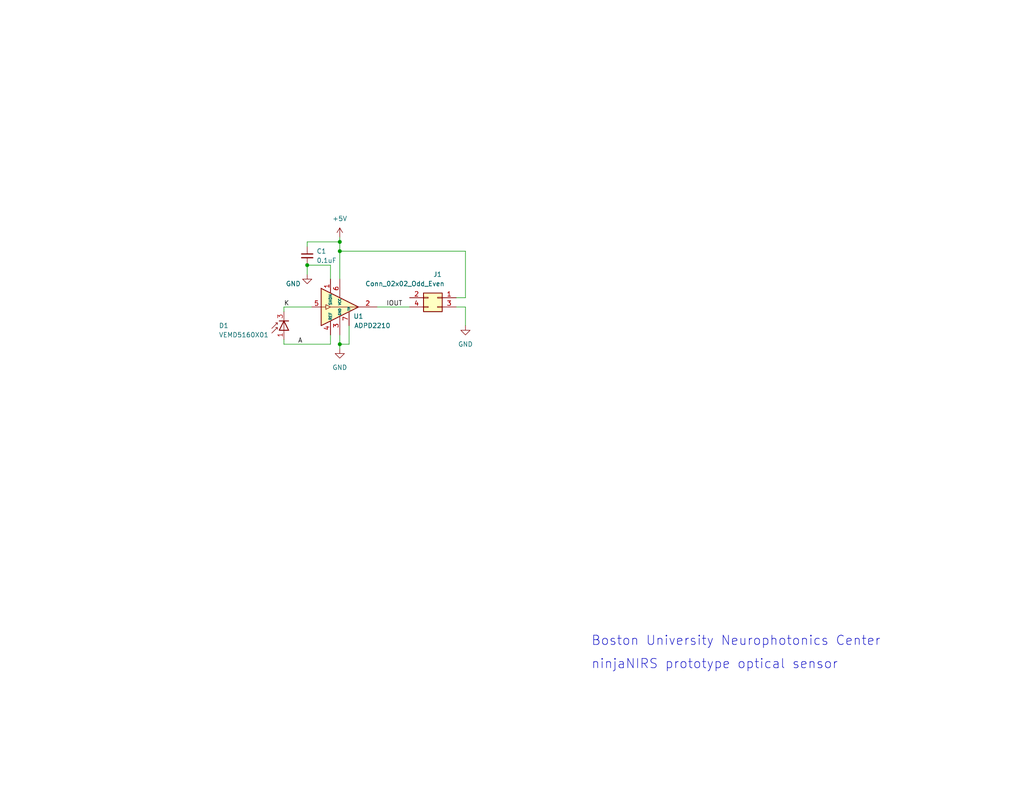
<source format=kicad_sch>
(kicad_sch (version 20230121) (generator eeschema)
  (paper "A")
  (lib_symbols
    (symbol "Connector_Generic:Conn_02x02_Odd_Even" (pin_names (offset 1.016) hide)
      (property "Reference" "J" (at 1.27 2.54 0))
      (property "Value" "Conn_02x02_Odd_Even" (at 1.27 -5.08 0))
      (symbol "Conn_02x02_Odd_Even_1_1"
        (rectangle (start -1.27 -2.413) (end 0 -2.667) (stroke (width 0.1524)))
        (rectangle (start -1.27 0.127) (end 0 -0.127) (stroke (width 0.1524)))
        (rectangle (start -1.27 1.27) (end 3.81 -3.81) (stroke (width 0.254)) (fill (type background)))
        (rectangle (start 3.81 -2.413) (end 2.54 -2.667) (stroke (width 0.1524)))
        (rectangle (start 3.81 0.127) (end 2.54 -0.127) (stroke (width 0.1524)))
        (pin passive line (at -5.08 0 0) (length 3.81) (name "Pin_1") (number "1"))
        (pin passive line (at 7.62 0 180) (length 3.81) (name "Pin_2") (number "2"))
        (pin passive line (at -5.08 -2.54 0) (length 3.81) (name "Pin_3") (number "3"))
        (pin passive line (at 7.62 -2.54 180) (length 3.81) (name "Pin_4") (number "4"))
      )
    )
    (symbol "Device:C_Small" (pin_numbers hide) (pin_names (offset 0.254) hide)
      (property "Reference" "C" (at 0.254 1.778 0))
      (property "Value" "C_Small" (at 0.254 -2.032 0))
      (symbol "C_Small_0_1"
        (polyline (pts (xy -1.524 -0.508) (xy 1.524 -0.508)) (stroke (width 0.3302)))
        (polyline (pts (xy -1.524 0.508) (xy 1.524 0.508)) (stroke (width 0.3048)))
      )
      (symbol "C_Small_1_1"
        (pin passive line (at 0 2.54 270) (length 2.032) (name "~") (number "1"))
        (pin passive line (at 0 -2.54 90) (length 2.032) (name "~") (number "2"))
      )
    )
    (symbol "my_current_amp:ADPD2210" (pin_names (offset 0.127))
      (property "Reference" "U" (at 3.81 5.08 0))
      (property "Value" "ADPD2210" (at 3.81 3.175 0))
      (symbol "ADPD2210_0_1"
        (polyline (pts (xy -3.81 0) (xy -5.08 0)))
        (polyline (pts (xy -2.54 0) (xy 5.08 0)))
        (polyline (pts (xy -5.08 5.08) (xy 5.08 0) (xy -5.08 -5.08) (xy -5.08 5.08)) (stroke (width 0.254)) (fill (type background)))
        (polyline (pts (xy -3.81 -0.635) (xy -3.81 0.635) (xy -2.54 0) (xy -3.81 -0.635)))
      )
      (symbol "ADPD2210_1_1"
        (pin power_in line (at -2.54 7.62 270) (length 3.81) (name "SHDN") (number "1"))
        (pin output line (at 10.16 0 180) (length 5.08) (name "~") (number "2"))
        (pin passive line (at 0 -7.62 90) (length 5.08) (name "GND") (number "3"))
        (pin power_in line (at -2.54 -7.62 90) (length 3.81) (name "REF") (number "4"))
        (pin input line (at -7.62 0 0) (length 2.54) (name "~") (number "5"))
        (pin passive line (at 0 7.62 270) (length 5.08) (name "VCC") (number "6"))
        (pin power_in line (at 2.54 -5.08 90) (length 3.81) (name "TP") (number "7"))
      )
    )
    (symbol "my_photodiode:VEMD5160X01" (pin_names hide)
      (property "Reference" "D1" (at -1.27 17.78 90))
      (property "Value" "VEMD5160X01" (at 1.27 17.78 90))
      (symbol "VEMD5160X01_0_1"
        (polyline (pts (xy -2.54 1.27) (xy -2.54 -1.27)) (stroke (width 0.254)))
        (polyline (pts (xy -2.032 1.778) (xy -1.524 1.778)))
        (polyline (pts (xy 0 0) (xy -2.54 0)))
        (polyline (pts (xy -0.508 3.302) (xy -2.032 1.778) (xy -2.032 2.286)))
        (polyline (pts (xy 0 -1.27) (xy 0 1.27) (xy -2.54 0) (xy 0 -1.27)) (stroke (width 0.254)))
        (polyline (pts (xy 0.762 3.302) (xy -0.762 1.778) (xy -0.762 2.286) (xy -0.762 1.778) (xy -0.254 1.778)))
      )
      (symbol "VEMD5160X01_1_1"
        (pin passive line (at 2.54 0 180) (length 2.54) (name "A") (number "1"))
        (pin passive line (at -5.08 0 0) (length 2.54) (name "K") (number "3"))
        (pin passive line (at -5.08 0 0) (length 2.54) hide (name "K") (number "4"))
      )
    )
    (symbol "power:+5V" (power) (pin_names (offset 0))
      (property "Value" "+5V" (at 0 3.556 0))
      (symbol "+5V_0_1"
        (polyline (pts (xy -0.762 1.27) (xy 0 2.54)))
        (polyline (pts (xy 0 0) (xy 0 2.54)))
        (polyline (pts (xy 0 2.54) (xy 0.762 1.27)))
      )
      (symbol "+5V_1_1"
        (pin power_in line (at 0 0 90) (length 0) hide (name "+5V") (number "1"))
      )
    )
    (symbol "power:GND" (power) (pin_names (offset 0))
      (property "Value" "GND" (at 0 -3.81 0))
      (symbol "GND_0_1"
        (polyline (pts (xy 0 0) (xy 0 -1.27) (xy 1.27 -1.27) (xy 0 -2.54) (xy -1.27 -1.27) (xy 0 -1.27)))
      )
      (symbol "GND_1_1"
        (pin power_in line (at 0 0 270) (length 0) hide (name "GND") (number "1"))
      )
    )
  )
  (junction (at 92.71 93.98))
  (junction (at 92.71 66.04))
  (junction (at 92.71 68.58))
  (junction (at 83.82 72.39))
  (wire (pts (xy 77.47 83.82) (xy 85.09 83.82)))
  (wire (pts (xy 92.71 68.58) (xy 127 68.58)))
  (wire (pts (xy 92.71 68.58) (xy 92.71 76.2)))
  (wire (pts (xy 92.71 95.25) (xy 92.71 93.98)))
  (wire (pts (xy 77.47 93.98) (xy 90.17 93.98)))
  (wire (pts (xy 102.87 83.82) (xy 111.76 83.82)))
  (wire (pts (xy 83.82 66.04) (xy 92.71 66.04)))
  (wire (pts (xy 127 83.82) (xy 124.46 83.82)))
  (wire (pts (xy 77.47 85.09) (xy 77.47 83.82)))
  (wire (pts (xy 92.71 93.98) (xy 95.25 93.98)))
  (wire (pts (xy 83.82 67.31) (xy 83.82 66.04)))
  (wire (pts (xy 90.17 91.44) (xy 90.17 93.98)))
  (wire (pts (xy 95.25 93.98) (xy 95.25 88.9)))
  (wire (pts (xy 77.47 93.98) (xy 77.47 92.71)))
  (wire (pts (xy 83.82 74.93) (xy 83.82 72.39)))
  (wire (pts (xy 127 81.28) (xy 127 68.58)))
  (wire (pts (xy 92.71 93.98) (xy 92.71 91.44)))
  (wire (pts (xy 92.71 66.04) (xy 92.71 68.58)))
  (wire (pts (xy 83.82 72.39) (xy 90.17 72.39)))
  (wire (pts (xy 127 88.9) (xy 127 83.82)))
  (wire (pts (xy 92.71 66.04) (xy 92.71 64.77)))
  (wire (pts (xy 90.17 76.2) (xy 90.17 72.39)))
  (wire (pts (xy 127 81.28) (xy 124.46 81.28)))
  (text "ninjaNIRS prototype optical sensor" (at 161.29 182.88 0) (effects (font (size 2.54 2.54)) (justify left bottom)))
  (text "Boston University Neurophotonics Center" (at 161.29 176.53 0) (effects (font (size 2.54 2.54)) (justify left bottom)))
  (label "K" (at 77.47 83.82 0))
  (label "IOUT" (at 105.41 83.82 0))
  (label "A" (at 81.28 93.98 0))
  (symbol (lib_id "Connector_Generic:Conn_02x02_Odd_Even") (at 119.38 81.28 0) (mirror y) (unit 1)
    (property "Reference" "J1" (at 119.38 74.93 0))
    (property "Value" "Conn_02x02_Odd_Even" (at 110.49 77.47 0))
    (property "Footprint" "my_header:PinHeader_2x02_P1.27mm_compact" (effects hide))
  )
  (symbol (lib_id "my_photodiode:VEMD5160X01") (at 77.47 90.17 90) (mirror x) (unit 1)
    (property "Reference" "D1" (at 59.69 88.9 90) (effects (justify right)))
    (property "Value" "VEMD5160X01" (at 59.69 91.44 90) (effects (justify right)))
    (property "Footprint" "my_photodiode:VEMD-4-4.1x5.2mm" (effects hide))
  )
  (symbol (lib_id "power:+5V") (at 92.71 64.77 0) (unit 1)
    (property "Reference" "#PWR03" (effects hide))
    (property "Value" "+5V" (at 92.71 59.69 0))
  )
  (symbol (lib_id "Device:C_Small") (at 83.82 69.85 0) (unit 1)
    (property "Reference" "C1" (at 86.36 68.5863 0) (effects (justify left)))
    (property "Value" "0.1uF" (at 86.36 71.1263 0) (effects (justify left)))
    (property "Footprint" "Capacitor_SMD:C_0402_1005Metric" (effects hide))
  )
  (symbol (lib_id "power:GND") (at 83.82 74.93 0) (unit 1)
    (property "Reference" "#PWR01" (effects hide))
    (property "Value" "GND" (at 80.01 77.47 0))
  )
  (symbol (lib_id "my_current_amp:ADPD2210") (at 92.71 83.82 0) (unit 1)
    (property "Reference" "U1" (at 97.79 86.36 0))
    (property "Value" "ADPD2210" (at 101.6 88.9 0))
    (property "Footprint" "my_lfcsp:LFCSP-6-2x2mm" (effects hide))
    (property "Datasheet" "https://www.analog.com/media/en/technical-documentation/data-sheets/ADA4530-1.pdf" (effects hide))
  )
  (symbol (lib_id "power:GND") (at 92.71 95.25 0) (unit 1)
    (property "Reference" "#PWR02" (effects hide))
    (property "Value" "GND" (at 92.71 100.33 0))
  )
  (symbol (lib_id "power:GND") (at 127 88.9 0) (unit 1)
    (property "Reference" "#PWR04" (effects hide))
    (property "Value" "GND" (at 127 93.98 0))
  )
)
</source>
